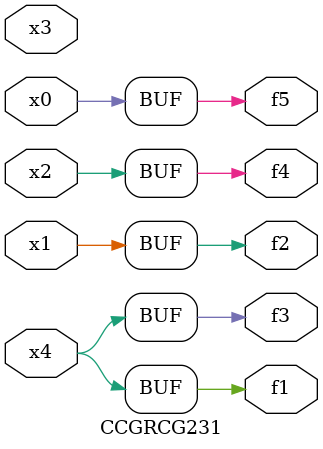
<source format=v>
module CCGRCG231(
	input x0, x1, x2, x3, x4,
	output f1, f2, f3, f4, f5
);
	assign f1 = x4;
	assign f2 = x1;
	assign f3 = x4;
	assign f4 = x2;
	assign f5 = x0;
endmodule

</source>
